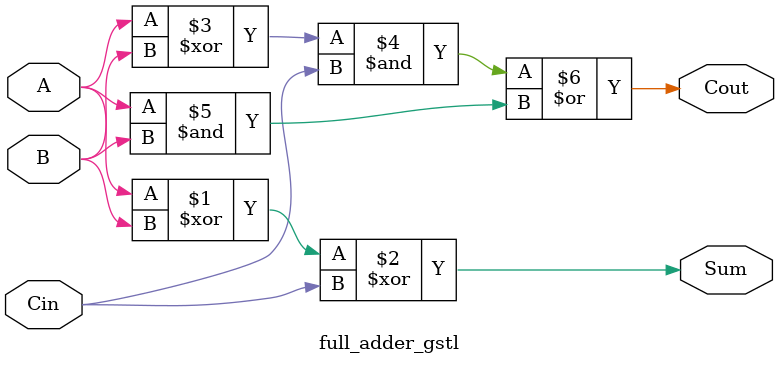
<source format=v>
`timescale 1ns / 1ps


module full_adder_gstl(
    input A, B, Cin,
    output Sum, Cout
    );

assign Sum = A ^ B ^ Cin;
assign Cout = ((A ^ B) & Cin) | (A & B);   
    
endmodule

</source>
